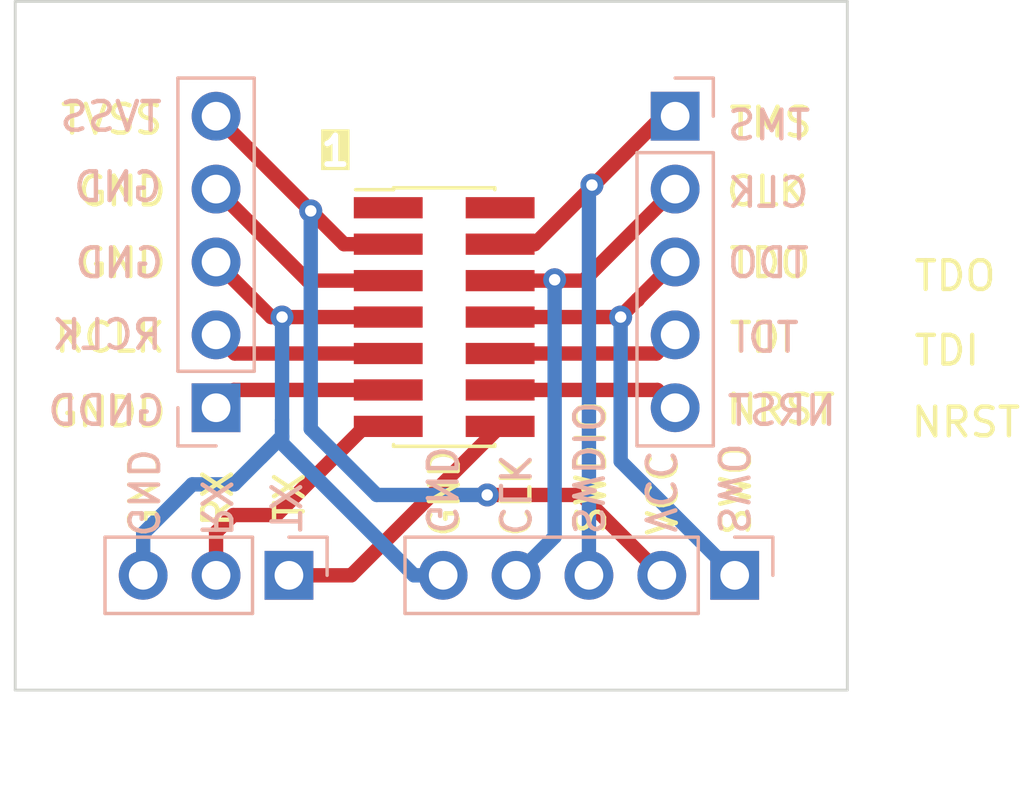
<source format=kicad_pcb>
(kicad_pcb (version 20221018) (generator pcbnew)
  (layers (0 "F.Cu" signal) (31 "B.Cu" signal) (34 "B.Paste" user) (35 "F.Paste" user) (36 "B.SilkS" user "B.Silkscreen") (37 "F.SilkS" user "F.Silkscreen") (38 "B.Mask" user) (39 "F.Mask" user) (44 "Edge.Cuts" user))
  (net 0 "")
  (net 3 "/T_VCC")
  (net 4 "/T_JTMS{slash}T_SWDIO")
  (net 5 "/T_JCLK{slash}T_SWCLK")
  (net 6 "/T_JTDO{slash}T_SWO")
  (net 7 "/T_JRCLK")
  (net 8 "/T_JTDI{slash}NC")
  (net 9 "/GNDDETECT")
  (net 10 "/T_NRST")
  (net 11 "/T_VCP_RX")
  (net 12 "/T_VCP_TX")
  (net 13 "/GND")
  (net 14 "/GND1")
  (footprint "Connector_PinHeader_1.27mm:PinHeader_2x07_P1.27mm_Vertical_SMD" (layer "F.Cu") (at 207.95 105)
    (fp_text reference "J1")
    (fp_text value "Conn_02x07_Odd_Even")
    (fp_line (start -3.09 -4.44) (end -1.765 -4.44) (stroke (width 0.12)) (layer "F.SilkS"))
    (fp_line (start -1.765 -4.505) (end -1.765 -4.44) (stroke (width 0.12)) (layer "F.SilkS"))
    (fp_line (start -1.765 -4.505) (end 1.765 -4.505) (stroke (width 0.12)) (layer "F.SilkS"))
    (fp_line (start -1.765 4.44) (end -1.765 4.505) (stroke (width 0.12)) (layer "F.SilkS"))
    (fp_line (start -1.765 4.505) (end 1.765 4.505) (stroke (width 0.12)) (layer "F.SilkS"))
    (fp_line (start 1.765 -4.505) (end 1.765 -4.44) (stroke (width 0.12)) (layer "F.SilkS"))
    (fp_line (start 1.765 4.44) (end 1.765 4.505) (stroke (width 0.12)) (layer "F.SilkS"))
    (pad "1" smd rect (at -1.95 -3.81) (size 2.4 0.74) (layers "F.Cu" "F.Paste" "F.Mask"))
    (pad "2" smd rect (at 1.95 -3.81) (size 2.4 0.74) (layers "F.Cu" "F.Paste" "F.Mask"))
    (pad "3" smd rect (at -1.95 -2.54) (size 2.4 0.74) (layers "F.Cu" "F.Paste" "F.Mask") (net 3 "/T_VCC"))
    (pad "4" smd rect (at 1.95 -2.54) (size 2.4 0.74) (layers "F.Cu" "F.Paste" "F.Mask") (net 4 "/T_JTMS{slash}T_SWDIO"))
    (pad "5" smd rect (at -1.95 -1.27) (size 2.4 0.74) (layers "F.Cu" "F.Paste" "F.Mask") (net 14 "/GND1"))
    (pad "6" smd rect (at 1.95 -1.27) (size 2.4 0.74) (layers "F.Cu" "F.Paste" "F.Mask") (net 5 "/T_JCLK{slash}T_SWCLK"))
    (pad "7" smd rect (at -1.95 0) (size 2.4 0.74) (layers "F.Cu" "F.Paste" "F.Mask") (net 13 "/GND"))
    (pad "8" smd rect (at 1.95 0) (size 2.4 0.74) (layers "F.Cu" "F.Paste" "F.Mask") (net 6 "/T_JTDO{slash}T_SWO"))
    (pad "9" smd rect (at -1.95 1.27) (size 2.4 0.74) (layers "F.Cu" "F.Paste" "F.Mask") (net 7 "/T_JRCLK"))
    (pad "10" smd rect (at 1.95 1.27) (size 2.4 0.74) (layers "F.Cu" "F.Paste" "F.Mask") (net 8 "/T_JTDI{slash}NC"))
    (pad "11" smd rect (at -1.95 2.54) (size 2.4 0.74) (layers "F.Cu" "F.Paste" "F.Mask") (net 9 "/GNDDETECT"))
    (pad "12" smd rect (at 1.95 2.54) (size 2.4 0.74) (layers "F.Cu" "F.Paste" "F.Mask") (net 10 "/T_NRST"))
    (pad "13" smd rect (at -1.95 3.81) (size 2.4 0.74) (layers "F.Cu" "F.Paste" "F.Mask") (net 11 "/T_VCP_RX"))
    (pad "14" smd rect (at 1.95 3.81) (size 2.4 0.74) (layers "F.Cu" "F.Paste" "F.Mask") (net 12 "/T_VCP_TX"))
  )
  (footprint "Connector_PinSocket_2.54mm:PinSocket_1x03_P2.54mm_Vertical" (layer "B.Cu") (at 202.54 114 90)
    (fp_text reference "J5")
    (fp_text value "Conn_01x03_Socket")
    (fp_line (start -1.33 -6.41) (end 1.33 -6.41) (stroke (width 0.12)) (layer "B.SilkS"))
    (fp_line (start -1.33 -1.27) (end -1.33 -6.41) (stroke (width 0.12)) (layer "B.SilkS"))
    (fp_line (start -1.33 -1.27) (end 1.33 -1.27) (stroke (width 0.12)) (layer "B.SilkS"))
    (fp_line (start 0 1.33) (end 1.33 1.33) (stroke (width 0.12)) (layer "B.SilkS"))
    (fp_line (start 1.33 -1.27) (end 1.33 -6.41) (stroke (width 0.12)) (layer "B.SilkS"))
    (fp_line (start 1.33 1.33) (end 1.33 0) (stroke (width 0.12)) (layer "B.SilkS"))
    (pad "1" thru_hole rect (at 0 0 90) (size 1.7 1.7) (drill 1) (layers "*.Cu" "*.Mask") (net 12 "/T_VCP_TX"))
    (pad "2" thru_hole oval (at 0 -2.54 90) (size 1.7 1.7) (drill 1) (layers "*.Cu" "*.Mask") (net 11 "/T_VCP_RX"))
    (pad "3" thru_hole oval (at 0 -5.08 90) (size 1.7 1.7) (drill 1) (layers "*.Cu" "*.Mask") (net 13 "/GND"))
  )
  (footprint "Connector_PinHeader_2.54mm:PinHeader_1x05_P2.54mm_Vertical" (layer "B.Cu") (at 216 98 180)
    (fp_text reference "J2")
    (fp_text value "Conn_01x05_Socket")
    (fp_line (start -1.33 -11.49) (end 1.33 -11.49) (stroke (width 0.12)) (layer "B.SilkS"))
    (fp_line (start -1.33 -1.27) (end -1.33 -11.49) (stroke (width 0.12)) (layer "B.SilkS"))
    (fp_line (start -1.33 -1.27) (end 1.33 -1.27) (stroke (width 0.12)) (layer "B.SilkS"))
    (fp_line (start -1.33 0) (end -1.33 1.33) (stroke (width 0.12)) (layer "B.SilkS"))
    (fp_line (start -1.33 1.33) (end 0 1.33) (stroke (width 0.12)) (layer "B.SilkS"))
    (fp_line (start 1.33 -1.27) (end 1.33 -11.49) (stroke (width 0.12)) (layer "B.SilkS"))
    (pad "1" thru_hole rect (at 0 0 180) (size 1.7 1.7) (drill 1) (layers "*.Cu" "*.Mask") (net 4 "/T_JTMS{slash}T_SWDIO"))
    (pad "2" thru_hole oval (at 0 -2.54 180) (size 1.7 1.7) (drill 1) (layers "*.Cu" "*.Mask") (net 5 "/T_JCLK{slash}T_SWCLK"))
    (pad "3" thru_hole oval (at 0 -5.08 180) (size 1.7 1.7) (drill 1) (layers "*.Cu" "*.Mask") (net 6 "/T_JTDO{slash}T_SWO"))
    (pad "4" thru_hole oval (at 0 -7.62 180) (size 1.7 1.7) (drill 1) (layers "*.Cu" "*.Mask") (net 8 "/T_JTDI{slash}NC"))
    (pad "5" thru_hole oval (at 0 -10.16 180) (size 1.7 1.7) (drill 1) (layers "*.Cu" "*.Mask") (net 10 "/T_NRST"))
  )
  (footprint "Connector_PinSocket_2.54mm:PinSocket_1x05_P2.54mm_Vertical" (layer "B.Cu") (at 218.075 114 90)
    (fp_text reference "J4")
    (fp_text value "Conn_01x05_Socket")
    (fp_line (start -1.33 -11.49) (end 1.33 -11.49) (stroke (width 0.12)) (layer "B.SilkS"))
    (fp_line (start -1.33 -1.27) (end -1.33 -11.49) (stroke (width 0.12)) (layer "B.SilkS"))
    (fp_line (start -1.33 -1.27) (end 1.33 -1.27) (stroke (width 0.12)) (layer "B.SilkS"))
    (fp_line (start 0 1.33) (end 1.33 1.33) (stroke (width 0.12)) (layer "B.SilkS"))
    (fp_line (start 1.33 -1.27) (end 1.33 -11.49) (stroke (width 0.12)) (layer "B.SilkS"))
    (fp_line (start 1.33 1.33) (end 1.33 0) (stroke (width 0.12)) (layer "B.SilkS"))
    (pad "1" thru_hole rect (at 0 0 90) (size 1.7 1.7) (drill 1) (layers "*.Cu" "*.Mask") (net 6 "/T_JTDO{slash}T_SWO"))
    (pad "2" thru_hole oval (at 0 -2.54 90) (size 1.7 1.7) (drill 1) (layers "*.Cu" "*.Mask") (net 3 "/T_VCC"))
    (pad "3" thru_hole oval (at 0 -5.08 90) (size 1.7 1.7) (drill 1) (layers "*.Cu" "*.Mask") (net 4 "/T_JTMS{slash}T_SWDIO"))
    (pad "4" thru_hole oval (at 0 -7.62 90) (size 1.7 1.7) (drill 1) (layers "*.Cu" "*.Mask") (net 5 "/T_JCLK{slash}T_SWCLK"))
    (pad "5" thru_hole oval (at 0 -10.16 90) (size 1.7 1.7) (drill 1) (layers "*.Cu" "*.Mask") (net 13 "/GND"))
  )
  (footprint "Connector_PinHeader_2.54mm:PinHeader_1x05_P2.54mm_Vertical" (layer "B.Cu") (at 200 108.16)
    (fp_text reference "J3")
    (fp_text value "Conn_01x05_Socket")
    (fp_line (start -1.33 -11.49) (end 1.33 -11.49) (stroke (width 0.12)) (layer "B.SilkS"))
    (fp_line (start -1.33 -1.27) (end -1.33 -11.49) (stroke (width 0.12)) (layer "B.SilkS"))
    (fp_line (start -1.33 -1.27) (end 1.33 -1.27) (stroke (width 0.12)) (layer "B.SilkS"))
    (fp_line (start -1.33 0) (end -1.33 1.33) (stroke (width 0.12)) (layer "B.SilkS"))
    (fp_line (start -1.33 1.33) (end 0 1.33) (stroke (width 0.12)) (layer "B.SilkS"))
    (fp_line (start 1.33 -1.27) (end 1.33 -11.49) (stroke (width 0.12)) (layer "B.SilkS"))
    (pad "1" thru_hole rect (at 0 0) (size 1.7 1.7) (drill 1) (layers "*.Cu" "*.Mask") (net 9 "/GNDDETECT"))
    (pad "2" thru_hole oval (at 0 -2.54) (size 1.7 1.7) (drill 1) (layers "*.Cu" "*.Mask") (net 7 "/T_JRCLK"))
    (pad "3" thru_hole oval (at 0 -5.08) (size 1.7 1.7) (drill 1) (layers "*.Cu" "*.Mask") (net 13 "/GND"))
    (pad "4" thru_hole oval (at 0 -7.62) (size 1.7 1.7) (drill 1) (layers "*.Cu" "*.Mask") (net 14 "/GND1"))
    (pad "5" thru_hole oval (at 0 -10.16) (size 1.7 1.7) (drill 1) (layers "*.Cu" "*.Mask") (net 3 "/T_VCC"))
  )
  (gr_line (start 193 94) (end 222 94) (stroke (width 0.1)) (layer "Edge.Cuts"))
  (gr_line (start 222 94) (end 222 118) (stroke (width 0.1)) (layer "Edge.Cuts"))
  (gr_line (start 193 118) (end 193 94) (stroke (width 0.1)) (layer "Edge.Cuts"))
  (gr_line (start 222 118) (end 193 118) (stroke (width 0.1)) (layer "Edge.Cuts"))
  (gr_text "SWDIO" (at 212.35 112.675 270) (layer "B.SilkS") (effects (font (size 1 1) (thickness 0.153)) (justify left bottom mirror)))
  (gr_text "GNDD" (at 198.3 108.85) (layer "B.SilkS") (effects (font (size 1 1) (thickness 0.153)) (justify left bottom mirror)))
  (gr_text "TDI" (at 220.4 106.3) (layer "B.SilkS") (effects (font (size 1 1) (thickness 0.153)) (justify left bottom mirror)))
  (gr_text "RX" (at 199.4 112.75 -90) (layer "B.SilkS") (effects (font (size 1 1) (thickness 0.153)) (justify left bottom mirror)))
  (gr_text "VCC" (at 214.875 112.6 -90) (layer "B.SilkS") (effects (font (size 1 1) (thickness 0.153)) (justify left bottom mirror)))
  (gr_text "TMS" (at 220.8 98.9) (layer "B.SilkS") (effects (font (size 1 1) (thickness 0.153)) (justify left bottom mirror)))
  (gr_text "TVSS" (at 198.2 98.6) (layer "B.SilkS") (effects (font (size 1 1) (thickness 0.153)) (justify left bottom mirror)))
  (gr_text "GND" (at 198.2 101.05) (layer "B.SilkS") (effects (font (size 1 1) (thickness 0.153)) (justify left bottom mirror)))
  (gr_text "GND" (at 207.25 112.65 270) (layer "B.SilkS") (effects (font (size 1 1) (thickness 0.153)) (justify left bottom mirror)))
  (gr_text "GND" (at 198.25 103.7) (layer "B.SilkS") (effects (font (size 1 1) (thickness 0.153)) (justify left bottom mirror)))
  (gr_text "SWO" (at 217.425 112.65 -90) (layer "B.SilkS") (effects (font (size 1 1) (thickness 0.153)) (justify left bottom mirror)))
  (gr_text "TX" (at 201.8 112.6 270) (layer "B.SilkS") (effects (font (size 1 1) (thickness 0.153)) (justify left bottom mirror)))
  (gr_text "NRST" (at 221.7 108.85) (layer "B.SilkS") (effects (font (size 1 1) (thickness 0.153)) (justify left bottom mirror)))
  (gr_text "CLK" (at 220.75 101.25) (layer "B.SilkS") (effects (font (size 1 1) (thickness 0.153)) (justify left bottom mirror)))
  (gr_text "GND" (at 196.85 112.75 -90) (layer "B.SilkS") (effects (font (size 1 1) (thickness 0.153)) (justify left bottom mirror)))
  (gr_text "RCLK" (at 198.2 106.2) (layer "B.SilkS") (effects (font (size 1 1) (thickness 0.153)) (justify left bottom mirror)))
  (gr_text "TDO" (at 220.75 103.7) (layer "B.SilkS") (effects (font (size 1 1) (thickness 0.153)) (justify left bottom mirror)))
  (gr_text "CLK" (at 209.8 112.7 -90) (layer "B.SilkS") (effects (font (size 1 1) (thickness 0.153)) (justify left bottom mirror)))
  (gr_text "NRST" (at 224.15 109.25) (layer "F.SilkS") (effects (font (size 1 1) (thickness 0.153)) (justify left bottom)))
  (gr_text "GND" (at 208.55 112.75 90) (layer "F.SilkS") (effects (font (size 1 1) (thickness 0.153)) (justify left bottom)))
  (gr_text "GND" (at 195.1 101.2) (layer "F.SilkS") (effects (font (size 1 1) (thickness 0.153)) (justify left bottom)))
  (gr_text "CLK" (at 217.7 101.2) (layer "F.SilkS") (effects (font (size 1 1) (thickness 0.153)) (justify left bottom)))
  (gr_text "TMS" (at 217.8 98.8) (layer "F.SilkS") (effects (font (size 1 1) (thickness 0.153)) (justify left bottom)))
  (gr_text "GNDD" (at 194.1 108.9) (layer "F.SilkS") (effects (font (size 1 1) (thickness 0.153)) (justify left bottom)))
  (gr_text "1" (at 203.55 99.8) (layer "F.SilkS" knockout) (effects (font (size 1 1) (thickness 0.2) bold) (justify left bottom)))
  (gr_text "TDO" (at 224.25 104.15) (layer "F.SilkS") (effects (font (size 1 1) (thickness 0.153)) (justify left bottom)))
  (gr_text "NRST" (at 217.7 108.8) (layer "F.SilkS") (effects (font (size 1 1) (thickness 0.153)) (justify left bottom)))
  (gr_text "GND" (at 195.1 103.7) (layer "F.SilkS") (effects (font (size 1 1) (thickness 0.153)) (justify left bottom)))
  (gr_text "GND" (at 198.1 112.75 90) (layer "F.SilkS") (effects (font (size 1 1) (thickness 0.153)) (justify left bottom)))
  (gr_text "VCC" (at 216.15 112.7 90) (layer "F.SilkS") (effects (font (size 1 1) (thickness 0.153)) (justify left bottom)))
  (gr_text "SWDIO" (at 213.65 112.65 90) (layer "F.SilkS") (effects (font (size 1 1) (thickness 0.153)) (justify left bottom)))
  (gr_text "RX" (at 200.65 112.4 90) (layer "F.SilkS") (effects (font (size 1 1) (thickness 0.153)) (justify left bottom)))
  (gr_text "RCLK" (at 194.3 106.3) (layer "F.SilkS") (effects (font (size 1 1) (thickness 0.153)) (justify left bottom)))
  (gr_text "TVSS" (at 194.5 98.7) (layer "F.SilkS") (effects (font (size 1 1) (thickness 0.153)) (justify left bottom)))
  (gr_text "CLK" (at 211.05 112.75 90) (layer "F.SilkS") (effects (font (size 1 1) (thickness 0.153)) (justify left bottom)))
  (gr_text "TX" (at 203.15 112.25 90) (layer "F.SilkS") (effects (font (size 1 1) (thickness 0.153)) (justify left bottom)))
  (gr_text "TDI" (at 224.25 106.75) (layer "F.SilkS") (effects (font (size 1 1) (thickness 0.153)) (justify left bottom)))
  (gr_text "TDO" (at 217.8 103.7) (layer "F.SilkS") (effects (font (size 1 1) (thickness 0.153)) (justify left bottom)))
  (gr_text "TDI" (at 217.8 106.3) (layer "F.SilkS") (effects (font (size 1 1) (thickness 0.153)) (justify left bottom)))
  (gr_text "SWO" (at 218.7 112.7 90) (layer "F.SilkS") (effects (font (size 1 1) (thickness 0.153)) (justify left bottom)))
  (segment (start 215.535 114) (end 212.735 111.2) (width 0.5) (layer "F.Cu") (net 3))
  (segment (start 203.3 101.3) (end 200 98) (width 0.5) (layer "F.Cu") (net 3))
  (segment (start 206 102.46) (end 204.46 102.46) (width 0.5) (layer "F.Cu") (net 3))
  (segment (start 204.46 102.46) (end 203.3 101.3) (width 0.5) (layer "F.Cu") (net 3))
  (segment (start 212.735 111.2) (end 209.45 111.2) (width 0.5) (layer "F.Cu") (net 3))
  (via (at 203.3 101.3) (size 0.8) (drill 0.4) (layers "F.Cu" "B.Cu") (net 3))
  (via (at 209.45 111.2) (size 0.8) (drill 0.4) (layers "F.Cu" "B.Cu") (net 3))
  (segment (start 203.3 108.9) (end 203.3 101.3) (width 0.5) (layer "B.Cu") (net 3))
  (segment (start 205.6 111.2) (end 203.3 108.9) (width 0.5) (layer "B.Cu") (net 3))
  (segment (start 205.6 111.2) (end 209.45 111.2) (width 0.5) (layer "B.Cu") (net 3))
  (segment (start 213.1 100.4) (end 213.16 100.4) (width 0.5) (layer "F.Cu") (net 4))
  (segment (start 209.9 102.46) (end 211.1 102.46) (width 0.5) (layer "F.Cu") (net 4))
  (segment (start 211.1 102.46) (end 213.1 100.46) (width 0.5) (layer "F.Cu") (net 4))
  (segment (start 213.1 100.46) (end 213.1 100.4) (width 0.5) (layer "F.Cu") (net 4))
  (segment (start 215.56 98) (end 216 98) (width 0.5) (layer "F.Cu") (net 4))
  (segment (start 213.16 100.4) (end 215.56 98) (width 0.5) (layer "F.Cu") (net 4))
  (via (at 213.1 100.4) (size 0.8) (drill 0.4) (layers "F.Cu" "B.Cu") (net 4))
  (segment (start 212.995 114) (end 212.995 100.505) (width 0.5) (layer "B.Cu") (net 4))
  (segment (start 212.995 100.505) (end 213.1 100.4) (width 0.5) (layer "B.Cu") (net 4))
  (segment (start 211.83 103.73) (end 212.81 103.73) (width 0.5) (layer "F.Cu") (net 5))
  (segment (start 211.8 103.7) (end 211.83 103.73) (width 0.5) (layer "F.Cu") (net 5))
  (segment (start 212.81 103.73) (end 216 100.54) (width 0.5) (layer "F.Cu") (net 5))
  (segment (start 211.77 103.73) (end 211.8 103.7) (width 0.5) (layer "F.Cu") (net 5))
  (segment (start 209.9 103.73) (end 211.77 103.73) (width 0.5) (layer "F.Cu") (net 5))
  (via (at 211.8 103.7) (size 0.8) (drill 0.4) (layers "F.Cu" "B.Cu") (net 5))
  (segment (start 210.455 114) (end 211.8 112.655) (width 0.5) (layer "B.Cu") (net 5))
  (segment (start 211.8 112.655) (end 211.8 103.7) (width 0.5) (layer "B.Cu") (net 5))
  (segment (start 214.7 104.38) (end 216 103.08) (width 0.5) (layer "F.Cu") (net 6))
  (segment (start 214.68 104.4) (end 214.7 104.4) (width 0.5) (layer "F.Cu") (net 6))
  (segment (start 214.08 105) (end 214.68 104.4) (width 0.5) (layer "F.Cu") (net 6))
  (segment (start 214.7 104.4) (end 214.7 104.38) (width 0.5) (layer "F.Cu") (net 6))
  (segment (start 209.9 105) (end 214.08 105) (width 0.5) (layer "F.Cu") (net 6))
  (via (at 214.1 105) (size 0.8) (drill 0.4) (layers "F.Cu" "B.Cu") (net 6))
  (segment (start 214.1 110.025) (end 218.075 114) (width 0.5) (layer "B.Cu") (net 6))
  (segment (start 214.1 105) (end 214.1 110.025) (width 0.5) (layer "B.Cu") (net 6))
  (segment (start 206 106.27) (end 200.65 106.27) (width 0.5) (layer "F.Cu") (net 7))
  (segment (start 200.65 106.27) (end 200 105.62) (width 0.5) (layer "F.Cu") (net 7))
  (segment (start 215.35 106.27) (end 216 105.62) (width 0.5) (layer "F.Cu") (net 8))
  (segment (start 209.9 106.27) (end 215.35 106.27) (width 0.5) (layer "F.Cu") (net 8))
  (segment (start 200.62 107.54) (end 200 108.16) (width 0.5) (layer "F.Cu") (net 9))
  (segment (start 206 107.54) (end 200.62 107.54) (width 0.5) (layer "F.Cu") (net 9))
  (segment (start 215.38 107.54) (end 216 108.16) (width 0.5) (layer "F.Cu") (net 10))
  (segment (start 209.9 107.54) (end 215.38 107.54) (width 0.5) (layer "F.Cu") (net 10))
  (segment (start 202.1 111.9) (end 205.19 108.81) (width 0.5) (layer "F.Cu") (net 11))
  (segment (start 200.6 111.9) (end 202.1 111.9) (width 0.5) (layer "F.Cu") (net 11))
  (segment (start 205.19 108.81) (end 206 108.81) (width 0.5) (layer "F.Cu") (net 11))
  (segment (start 200 114) (end 200 112.5) (width 0.5) (layer "F.Cu") (net 11))
  (segment (start 200 112.5) (end 200.6 111.9) (width 0.5) (layer "F.Cu") (net 11))
  (segment (start 204.71 114) (end 202.54 114) (width 0.5) (layer "F.Cu") (net 12))
  (segment (start 209.9 108.81) (end 204.71 114) (width 0.5) (layer "F.Cu") (net 12))
  (segment (start 206 105) (end 202.3 105) (width 0.5) (layer "F.Cu") (net 13))
  (segment (start 201.92 105) (end 200 103.08) (width 0.5) (layer "F.Cu") (net 13))
  (segment (start 202.3 105) (end 201.92 105) (width 0.5) (layer "F.Cu") (net 13))
  (via (at 202.3 105) (size 0.8) (drill 0.4) (layers "F.Cu" "B.Cu") (net 13))
  (segment (start 201.58 109.88) (end 202.18 109.28) (width 0.5) (layer "B.Cu") (net 13))
  (segment (start 202.3 109.16) (end 202.3 108.6) (width 0.5) (layer "B.Cu") (net 13))
  (segment (start 202.3 109.4) (end 202.3 108.6) (width 0.5) (layer "B.Cu") (net 13))
  (segment (start 202.8 109.9) (end 202.18 109.28) (width 0.5) (layer "B.Cu") (net 13))
  (segment (start 197.46 112.54) (end 199.17 110.83) (width 0.5) (layer "B.Cu") (net 13))
  (segment (start 197.46 114) (end 197.46 112.54) (width 0.5) (layer "B.Cu") (net 13))
  (segment (start 202.18 109.28) (end 202.3 109.16) (width 0.5) (layer "B.Cu") (net 13))
  (segment (start 199.17 110.83) (end 200.63 110.83) (width 0.5) (layer "B.Cu") (net 13))
  (segment (start 201.58 109.88) (end 202.3 109.16) (width 0.5) (layer "B.Cu") (net 13))
  (segment (start 202.3 108.6) (end 202.3 105) (width 0.5) (layer "B.Cu") (net 13))
  (segment (start 200.63 110.83) (end 201.58 109.88) (width 0.5) (layer "B.Cu") (net 13))
  (segment (start 207.915 114) (end 206.9 114) (width 0.5) (layer "B.Cu") (net 13))
  (segment (start 202.8 109.9) (end 202.3 109.4) (width 0.5) (layer "B.Cu") (net 13))
  (segment (start 206.9 114) (end 202.8 109.9) (width 0.5) (layer "B.Cu") (net 13))
  (segment (start 202.3 109.16) (end 202.3 109.4) (width 0.5) (layer "B.Cu") (net 13))
  (segment (start 203.19 103.73) (end 200 100.54) (width 0.5) (layer "F.Cu") (net 14))
  (segment (start 206 103.73) (end 203.19 103.73) (width 0.5) (layer "F.Cu") (net 14))
)
</source>
